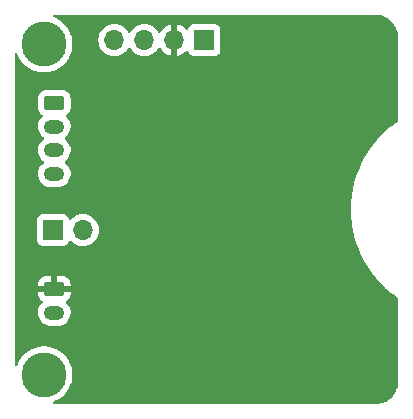
<source format=gbl>
%TF.GenerationSoftware,KiCad,Pcbnew,7.0.6*%
%TF.CreationDate,2024-09-25T21:47:57-07:00*%
%TF.ProjectId,magnetic-encoder,6d61676e-6574-4696-932d-656e636f6465,0.1*%
%TF.SameCoordinates,Original*%
%TF.FileFunction,Copper,L2,Bot*%
%TF.FilePolarity,Positive*%
%FSLAX46Y46*%
G04 Gerber Fmt 4.6, Leading zero omitted, Abs format (unit mm)*
G04 Created by KiCad (PCBNEW 7.0.6) date 2024-09-25 21:47:57*
%MOMM*%
%LPD*%
G01*
G04 APERTURE LIST*
G04 Aperture macros list*
%AMRoundRect*
0 Rectangle with rounded corners*
0 $1 Rounding radius*
0 $2 $3 $4 $5 $6 $7 $8 $9 X,Y pos of 4 corners*
0 Add a 4 corners polygon primitive as box body*
4,1,4,$2,$3,$4,$5,$6,$7,$8,$9,$2,$3,0*
0 Add four circle primitives for the rounded corners*
1,1,$1+$1,$2,$3*
1,1,$1+$1,$4,$5*
1,1,$1+$1,$6,$7*
1,1,$1+$1,$8,$9*
0 Add four rect primitives between the rounded corners*
20,1,$1+$1,$2,$3,$4,$5,0*
20,1,$1+$1,$4,$5,$6,$7,0*
20,1,$1+$1,$6,$7,$8,$9,0*
20,1,$1+$1,$8,$9,$2,$3,0*%
G04 Aperture macros list end*
%TA.AperFunction,ComponentPad*%
%ADD10R,1.700000X1.700000*%
%TD*%
%TA.AperFunction,ComponentPad*%
%ADD11O,1.700000X1.700000*%
%TD*%
%TA.AperFunction,ComponentPad*%
%ADD12C,3.800000*%
%TD*%
%TA.AperFunction,ComponentPad*%
%ADD13RoundRect,0.250000X-0.625000X0.350000X-0.625000X-0.350000X0.625000X-0.350000X0.625000X0.350000X0*%
%TD*%
%TA.AperFunction,ComponentPad*%
%ADD14O,1.750000X1.200000*%
%TD*%
%TA.AperFunction,ViaPad*%
%ADD15C,0.800000*%
%TD*%
G04 APERTURE END LIST*
D10*
%TO.P,J4,1,Pin_1*%
%TO.N,I2C1_SCL*%
X62110000Y-97495000D03*
D11*
%TO.P,J4,2,Pin_2*%
%TO.N,I2C1_SDA*%
X64650000Y-97495000D03*
%TD*%
D12*
%TO.P,REF2,2*%
%TO.N,N/C*%
X61360000Y-109745000D03*
%TD*%
%TO.P,REF1,1*%
%TO.N,N/C*%
X61360000Y-81745000D03*
%TD*%
D13*
%TO.P,J2,1,Pin_1*%
%TO.N,SPI1_NSS*%
X62230000Y-86745000D03*
D14*
%TO.P,J2,2,Pin_2*%
%TO.N,SPI1_SCK*%
X62230000Y-88745000D03*
%TO.P,J2,3,Pin_3*%
%TO.N,SPI1_MISO*%
X62230000Y-90745000D03*
%TO.P,J2,4,Pin_4*%
%TO.N,SPI1_MOSI*%
X62230000Y-92745000D03*
%TD*%
D13*
%TO.P,J1,1,Pin_1*%
%TO.N,GND*%
X62230000Y-102495000D03*
D14*
%TO.P,J1,2,Pin_2*%
%TO.N,+5V*%
X62230000Y-104495000D03*
%TD*%
D11*
%TO.P,J3,4,Pin_4*%
%TO.N,SWCLK*%
X67310000Y-81407000D03*
%TO.P,J3,3,Pin_3*%
%TO.N,+3.3V*%
X69850000Y-81407000D03*
%TO.P,J3,2,Pin_2*%
%TO.N,GND*%
X72390000Y-81407000D03*
D10*
%TO.P,J3,1,Pin_1*%
%TO.N,SWDIO*%
X74930000Y-81407000D03*
%TD*%
D15*
%TO.N,GND*%
X74422000Y-91186000D03*
X74930000Y-86360000D03*
X80137000Y-86868000D03*
X77978000Y-91948000D03*
X80264000Y-98171000D03*
X71056500Y-103949500D03*
X70485000Y-101981000D03*
X87592500Y-82296000D03*
X83058000Y-101600000D03*
X71755000Y-95885000D03*
X89916000Y-104775000D03*
X89826500Y-86741000D03*
X83693000Y-87757000D03*
X76835000Y-99568000D03*
X68961000Y-99568000D03*
%TD*%
%TA.AperFunction,Conductor*%
%TO.N,GND*%
G36*
X89362019Y-79245633D02*
G01*
X89397198Y-79247938D01*
X89443708Y-79250986D01*
X89625459Y-79263985D01*
X89633100Y-79265015D01*
X89726738Y-79283641D01*
X89749420Y-79288153D01*
X89775023Y-79293722D01*
X89893666Y-79319531D01*
X89900383Y-79321395D01*
X90019437Y-79361809D01*
X90103842Y-79393291D01*
X90151741Y-79411157D01*
X90157499Y-79413643D01*
X90272952Y-79470578D01*
X90394906Y-79537170D01*
X90399634Y-79540032D01*
X90442491Y-79568668D01*
X90506649Y-79611537D01*
X90509358Y-79613454D01*
X90618652Y-79695271D01*
X90622345Y-79698265D01*
X90719502Y-79783469D01*
X90722448Y-79786228D01*
X90818769Y-79882549D01*
X90821526Y-79885492D01*
X90906729Y-79982648D01*
X90909732Y-79986353D01*
X90958382Y-80051341D01*
X90991543Y-80095639D01*
X90993461Y-80098349D01*
X91064962Y-80205357D01*
X91067828Y-80210091D01*
X91134421Y-80332047D01*
X91191355Y-80447499D01*
X91193841Y-80453257D01*
X91221328Y-80526949D01*
X91243196Y-80585578D01*
X91256911Y-80625982D01*
X91283597Y-80704596D01*
X91285472Y-80711352D01*
X91316846Y-80855579D01*
X91339980Y-80971880D01*
X91341015Y-80979560D01*
X91354017Y-81161350D01*
X91359367Y-81242966D01*
X91359500Y-81247023D01*
X91359500Y-88178367D01*
X91339815Y-88245406D01*
X91304279Y-88281543D01*
X91121852Y-88403154D01*
X91121848Y-88403156D01*
X91121848Y-88403157D01*
X91121847Y-88403158D01*
X90865670Y-88598474D01*
X90801870Y-88644095D01*
X90794550Y-88652697D01*
X90685880Y-88735550D01*
X90667172Y-88749815D01*
X90667171Y-88749816D01*
X90667170Y-88749816D01*
X90406918Y-88975698D01*
X90354528Y-89018610D01*
X90349115Y-89025867D01*
X90235373Y-89124589D01*
X89972496Y-89383719D01*
X89932344Y-89421260D01*
X89928642Y-89426947D01*
X89828184Y-89525975D01*
X89564189Y-89821460D01*
X89537081Y-89850356D01*
X89534881Y-89854264D01*
X89474946Y-89921350D01*
X89447252Y-89952348D01*
X89185400Y-90285756D01*
X89183715Y-90287901D01*
X89170396Y-90304104D01*
X89169456Y-90306055D01*
X89108698Y-90383417D01*
X89094100Y-90402004D01*
X88770150Y-90873134D01*
X88476708Y-91363837D01*
X88476707Y-91363838D01*
X88476707Y-91363837D01*
X88476705Y-91363839D01*
X88476703Y-91363844D01*
X88214939Y-91872162D01*
X88214933Y-91872176D01*
X88214933Y-91872175D01*
X88149853Y-92021040D01*
X87985909Y-92396045D01*
X87916235Y-92587672D01*
X87790538Y-92933380D01*
X87790537Y-92933381D01*
X87790537Y-92933380D01*
X87633435Y-93468959D01*
X87629601Y-93482028D01*
X87503756Y-94039762D01*
X87503756Y-94039761D01*
X87413502Y-94604351D01*
X87359204Y-95173527D01*
X87341081Y-95745000D01*
X87359204Y-96316473D01*
X87413502Y-96885649D01*
X87458603Y-97167781D01*
X87503755Y-97450235D01*
X87629601Y-98007972D01*
X87629603Y-98007980D01*
X87790537Y-98556620D01*
X87790537Y-98556619D01*
X87801703Y-98587328D01*
X87985909Y-99093955D01*
X88214939Y-99617838D01*
X88476703Y-100126156D01*
X88476706Y-100126162D01*
X88623117Y-100370993D01*
X88770150Y-100616866D01*
X89094097Y-101087991D01*
X89094097Y-101087992D01*
X89169454Y-101183942D01*
X89170079Y-101185506D01*
X89183679Y-101202054D01*
X89447250Y-101537650D01*
X89534879Y-101635732D01*
X89536382Y-101638896D01*
X89564171Y-101668518D01*
X89828184Y-101964025D01*
X89928640Y-102063050D01*
X89931211Y-102067680D01*
X89972493Y-102106278D01*
X90027638Y-102160637D01*
X90235372Y-102365410D01*
X90348508Y-102463605D01*
X90349110Y-102464127D01*
X90352925Y-102470075D01*
X90406902Y-102514288D01*
X90667170Y-102740184D01*
X90667171Y-102740184D01*
X90667172Y-102740185D01*
X90739092Y-102795019D01*
X90794526Y-102837283D01*
X90799744Y-102844383D01*
X90865629Y-102891494D01*
X91121852Y-103086846D01*
X91304280Y-103208456D01*
X91349142Y-103262019D01*
X91359500Y-103311632D01*
X91359500Y-110242975D01*
X91359367Y-110247032D01*
X91354017Y-110328648D01*
X91341015Y-110510438D01*
X91339980Y-110518118D01*
X91316846Y-110634420D01*
X91285472Y-110778646D01*
X91283597Y-110785401D01*
X91249847Y-110884829D01*
X91243208Y-110904388D01*
X91243195Y-110904425D01*
X91193841Y-111036741D01*
X91191355Y-111042499D01*
X91134421Y-111157952D01*
X91067828Y-111279907D01*
X91064961Y-111284641D01*
X90993461Y-111391649D01*
X90991543Y-111394359D01*
X90909744Y-111503631D01*
X90906723Y-111507357D01*
X90821529Y-111604502D01*
X90818755Y-111607464D01*
X90722464Y-111703755D01*
X90719502Y-111706529D01*
X90622357Y-111791723D01*
X90618631Y-111794744D01*
X90509359Y-111876543D01*
X90506649Y-111878461D01*
X90399641Y-111949961D01*
X90394907Y-111952828D01*
X90272952Y-112019421D01*
X90157499Y-112076355D01*
X90151741Y-112078841D01*
X90030956Y-112123893D01*
X90019418Y-112128197D01*
X89900401Y-112168597D01*
X89893646Y-112170472D01*
X89749420Y-112201846D01*
X89633118Y-112224980D01*
X89625438Y-112226015D01*
X89443648Y-112239017D01*
X89392582Y-112242364D01*
X89362025Y-112244367D01*
X89357976Y-112244500D01*
X62217906Y-112244500D01*
X62150867Y-112224815D01*
X62105112Y-112172011D01*
X62095168Y-112102853D01*
X62124193Y-112039297D01*
X62172259Y-112005208D01*
X62384095Y-111921336D01*
X62384096Y-111921335D01*
X62384094Y-111921335D01*
X62384104Y-111921332D01*
X62648795Y-111775816D01*
X62893162Y-111598274D01*
X63113349Y-111391504D01*
X63305885Y-111158768D01*
X63467733Y-110903736D01*
X63596341Y-110630430D01*
X63689681Y-110343160D01*
X63746280Y-110046457D01*
X63765246Y-109745000D01*
X63746280Y-109443543D01*
X63689681Y-109146840D01*
X63596341Y-108859570D01*
X63467733Y-108586264D01*
X63305885Y-108331232D01*
X63113349Y-108098496D01*
X62893162Y-107891726D01*
X62893159Y-107891724D01*
X62893153Y-107891719D01*
X62648806Y-107714191D01*
X62648799Y-107714186D01*
X62648795Y-107714184D01*
X62384104Y-107568668D01*
X62384101Y-107568666D01*
X62384096Y-107568664D01*
X62384095Y-107568663D01*
X62103265Y-107457475D01*
X62103262Y-107457474D01*
X61810695Y-107382357D01*
X61511036Y-107344500D01*
X61511027Y-107344500D01*
X61208973Y-107344500D01*
X61208963Y-107344500D01*
X60909304Y-107382357D01*
X60616737Y-107457474D01*
X60616734Y-107457475D01*
X60335904Y-107568663D01*
X60335903Y-107568664D01*
X60071205Y-107714184D01*
X60071193Y-107714191D01*
X59826846Y-107891719D01*
X59826836Y-107891727D01*
X59606652Y-108098494D01*
X59414111Y-108331236D01*
X59252268Y-108586261D01*
X59252265Y-108586267D01*
X59123661Y-108859563D01*
X59123657Y-108859574D01*
X59102429Y-108924904D01*
X59062991Y-108982579D01*
X58998632Y-109009776D01*
X58929786Y-108997861D01*
X58878311Y-108950616D01*
X58860499Y-108886587D01*
X58860499Y-104442401D01*
X60850746Y-104442401D01*
X60860745Y-104652327D01*
X60910296Y-104856578D01*
X60910298Y-104856582D01*
X60997598Y-105047743D01*
X60997601Y-105047748D01*
X60997602Y-105047750D01*
X60997604Y-105047753D01*
X61060627Y-105136256D01*
X61119515Y-105218953D01*
X61119520Y-105218959D01*
X61271620Y-105363985D01*
X61366578Y-105425011D01*
X61448428Y-105477613D01*
X61643543Y-105555725D01*
X61746728Y-105575612D01*
X61849914Y-105595500D01*
X61849915Y-105595500D01*
X62557419Y-105595500D01*
X62557425Y-105595500D01*
X62714218Y-105580528D01*
X62915875Y-105521316D01*
X63102682Y-105425011D01*
X63267886Y-105295092D01*
X63405519Y-105136256D01*
X63510604Y-104954244D01*
X63579344Y-104755633D01*
X63609254Y-104547602D01*
X63599254Y-104337670D01*
X63549704Y-104133424D01*
X63549701Y-104133417D01*
X63462401Y-103942256D01*
X63462398Y-103942251D01*
X63462397Y-103942250D01*
X63462396Y-103942247D01*
X63340486Y-103771048D01*
X63340484Y-103771046D01*
X63237543Y-103672892D01*
X63202608Y-103612383D01*
X63205933Y-103542593D01*
X63246461Y-103485678D01*
X63258017Y-103477610D01*
X63323343Y-103437317D01*
X63447315Y-103313345D01*
X63539356Y-103164124D01*
X63539358Y-103164119D01*
X63594505Y-102997697D01*
X63594506Y-102997690D01*
X63604999Y-102894986D01*
X63605000Y-102894973D01*
X63605000Y-102745000D01*
X62509560Y-102745000D01*
X62548278Y-102702941D01*
X62598551Y-102588330D01*
X62608886Y-102463605D01*
X62578163Y-102342281D01*
X62514606Y-102245000D01*
X63604999Y-102245000D01*
X63604999Y-102095028D01*
X63604998Y-102095013D01*
X63594505Y-101992302D01*
X63539358Y-101825880D01*
X63539356Y-101825875D01*
X63447315Y-101676654D01*
X63323345Y-101552684D01*
X63174124Y-101460643D01*
X63174119Y-101460641D01*
X63007697Y-101405494D01*
X63007690Y-101405493D01*
X62904986Y-101395000D01*
X62480000Y-101395000D01*
X62480000Y-102214382D01*
X62410948Y-102160637D01*
X62292576Y-102120000D01*
X62198927Y-102120000D01*
X62106554Y-102135414D01*
X61996486Y-102194981D01*
X61980000Y-102212889D01*
X61980000Y-101395000D01*
X61555028Y-101395000D01*
X61555012Y-101395001D01*
X61452302Y-101405494D01*
X61285880Y-101460641D01*
X61285875Y-101460643D01*
X61136654Y-101552684D01*
X61012684Y-101676654D01*
X60920643Y-101825875D01*
X60920641Y-101825880D01*
X60865494Y-101992302D01*
X60865493Y-101992309D01*
X60855000Y-102095013D01*
X60855000Y-102245000D01*
X61950440Y-102245000D01*
X61911722Y-102287059D01*
X61861449Y-102401670D01*
X61851114Y-102526395D01*
X61881837Y-102647719D01*
X61945394Y-102745000D01*
X60855001Y-102745000D01*
X60855001Y-102894986D01*
X60865494Y-102997697D01*
X60920641Y-103164119D01*
X60920643Y-103164124D01*
X61012684Y-103313345D01*
X61136654Y-103437315D01*
X61200158Y-103476485D01*
X61246882Y-103528433D01*
X61258105Y-103597396D01*
X61230261Y-103661478D01*
X61211715Y-103679493D01*
X61192113Y-103694908D01*
X61192112Y-103694909D01*
X61054478Y-103853746D01*
X60949398Y-104035750D01*
X60880656Y-104234365D01*
X60880656Y-104234367D01*
X60865804Y-104337670D01*
X60850746Y-104442401D01*
X58860499Y-104442401D01*
X58860499Y-98392870D01*
X60759500Y-98392870D01*
X60759501Y-98392876D01*
X60765908Y-98452483D01*
X60816202Y-98587328D01*
X60816206Y-98587335D01*
X60902452Y-98702544D01*
X60902455Y-98702547D01*
X61017664Y-98788793D01*
X61017671Y-98788797D01*
X61152517Y-98839091D01*
X61152516Y-98839091D01*
X61159444Y-98839835D01*
X61212127Y-98845500D01*
X63007872Y-98845499D01*
X63067483Y-98839091D01*
X63202331Y-98788796D01*
X63317546Y-98702546D01*
X63403796Y-98587331D01*
X63452810Y-98455916D01*
X63494681Y-98399984D01*
X63560145Y-98375566D01*
X63628418Y-98390417D01*
X63656672Y-98411568D01*
X63778599Y-98533495D01*
X63875384Y-98601265D01*
X63972165Y-98669032D01*
X63972167Y-98669033D01*
X63972170Y-98669035D01*
X64186337Y-98768903D01*
X64414592Y-98830063D01*
X64591034Y-98845500D01*
X64649999Y-98850659D01*
X64650000Y-98850659D01*
X64650001Y-98850659D01*
X64708966Y-98845500D01*
X64885408Y-98830063D01*
X65113663Y-98768903D01*
X65327830Y-98669035D01*
X65521401Y-98533495D01*
X65688495Y-98366401D01*
X65824035Y-98172830D01*
X65923903Y-97958663D01*
X65985063Y-97730408D01*
X66005659Y-97495000D01*
X65985063Y-97259592D01*
X65923903Y-97031337D01*
X65824035Y-96817171D01*
X65688495Y-96623599D01*
X65688494Y-96623597D01*
X65521402Y-96456506D01*
X65521395Y-96456501D01*
X65327834Y-96320967D01*
X65327830Y-96320965D01*
X65318193Y-96316471D01*
X65113663Y-96221097D01*
X65113659Y-96221096D01*
X65113655Y-96221094D01*
X64885413Y-96159938D01*
X64885403Y-96159936D01*
X64650001Y-96139341D01*
X64649999Y-96139341D01*
X64414596Y-96159936D01*
X64414586Y-96159938D01*
X64186344Y-96221094D01*
X64186335Y-96221098D01*
X63972171Y-96320964D01*
X63972169Y-96320965D01*
X63778600Y-96456503D01*
X63656673Y-96578430D01*
X63595350Y-96611914D01*
X63525658Y-96606930D01*
X63469725Y-96565058D01*
X63452810Y-96534081D01*
X63403797Y-96402671D01*
X63403793Y-96402664D01*
X63317547Y-96287455D01*
X63317544Y-96287452D01*
X63202335Y-96201206D01*
X63202328Y-96201202D01*
X63067482Y-96150908D01*
X63067483Y-96150908D01*
X63007883Y-96144501D01*
X63007881Y-96144500D01*
X63007873Y-96144500D01*
X63007864Y-96144500D01*
X61212129Y-96144500D01*
X61212123Y-96144501D01*
X61152516Y-96150908D01*
X61017671Y-96201202D01*
X61017664Y-96201206D01*
X60902455Y-96287452D01*
X60902452Y-96287455D01*
X60816206Y-96402664D01*
X60816202Y-96402671D01*
X60765908Y-96537517D01*
X60759501Y-96597116D01*
X60759500Y-96597135D01*
X60759500Y-98392870D01*
X58860499Y-98392870D01*
X58860499Y-92692401D01*
X60850746Y-92692401D01*
X60860745Y-92902327D01*
X60910296Y-93106578D01*
X60910298Y-93106582D01*
X60997598Y-93297743D01*
X60997601Y-93297748D01*
X60997602Y-93297750D01*
X60997604Y-93297753D01*
X61060627Y-93386256D01*
X61119515Y-93468953D01*
X61119520Y-93468959D01*
X61271620Y-93613985D01*
X61366578Y-93675011D01*
X61448428Y-93727613D01*
X61643543Y-93805725D01*
X61746728Y-93825612D01*
X61849914Y-93845500D01*
X61849915Y-93845500D01*
X62557419Y-93845500D01*
X62557425Y-93845500D01*
X62714218Y-93830528D01*
X62915875Y-93771316D01*
X63102682Y-93675011D01*
X63267886Y-93545092D01*
X63405519Y-93386256D01*
X63510604Y-93204244D01*
X63579344Y-93005633D01*
X63609254Y-92797602D01*
X63599254Y-92587670D01*
X63549704Y-92383424D01*
X63549701Y-92383417D01*
X63462401Y-92192256D01*
X63462398Y-92192251D01*
X63462397Y-92192250D01*
X63462396Y-92192247D01*
X63340486Y-92021048D01*
X63340484Y-92021046D01*
X63340479Y-92021040D01*
X63188379Y-91876014D01*
X63147057Y-91849458D01*
X63101302Y-91796654D01*
X63091359Y-91727496D01*
X63120384Y-91663940D01*
X63137445Y-91647673D01*
X63267883Y-91545094D01*
X63267886Y-91545092D01*
X63405519Y-91386256D01*
X63510604Y-91204244D01*
X63579344Y-91005633D01*
X63609254Y-90797602D01*
X63599254Y-90587670D01*
X63549704Y-90383424D01*
X63506080Y-90287901D01*
X63462401Y-90192256D01*
X63462398Y-90192251D01*
X63462397Y-90192250D01*
X63462396Y-90192247D01*
X63340486Y-90021048D01*
X63340484Y-90021046D01*
X63340479Y-90021040D01*
X63188379Y-89876014D01*
X63147057Y-89849458D01*
X63101302Y-89796654D01*
X63091359Y-89727496D01*
X63120384Y-89663940D01*
X63137445Y-89647673D01*
X63267883Y-89545094D01*
X63267886Y-89545092D01*
X63405519Y-89386256D01*
X63510604Y-89204244D01*
X63579344Y-89005633D01*
X63609254Y-88797602D01*
X63599254Y-88587670D01*
X63549704Y-88383424D01*
X63549701Y-88383417D01*
X63462401Y-88192256D01*
X63462398Y-88192251D01*
X63462397Y-88192250D01*
X63462396Y-88192247D01*
X63340486Y-88021048D01*
X63260627Y-87944903D01*
X63237917Y-87923249D01*
X63202982Y-87862740D01*
X63206307Y-87792950D01*
X63246835Y-87736036D01*
X63258384Y-87727971D01*
X63323656Y-87687712D01*
X63447712Y-87563656D01*
X63539814Y-87414334D01*
X63594999Y-87247797D01*
X63605500Y-87145009D01*
X63605499Y-86344992D01*
X63594999Y-86242203D01*
X63539814Y-86075666D01*
X63447712Y-85926344D01*
X63323656Y-85802288D01*
X63174334Y-85710186D01*
X63007797Y-85655001D01*
X63007795Y-85655000D01*
X62905010Y-85644500D01*
X61554998Y-85644500D01*
X61554981Y-85644501D01*
X61452203Y-85655000D01*
X61452200Y-85655001D01*
X61285668Y-85710185D01*
X61285663Y-85710187D01*
X61136342Y-85802289D01*
X61012289Y-85926342D01*
X60920187Y-86075663D01*
X60920185Y-86075666D01*
X60920186Y-86075666D01*
X60865001Y-86242203D01*
X60865001Y-86242204D01*
X60865000Y-86242204D01*
X60854500Y-86344983D01*
X60854500Y-87145001D01*
X60854501Y-87145019D01*
X60865000Y-87247796D01*
X60865001Y-87247799D01*
X60920185Y-87414331D01*
X60920187Y-87414336D01*
X61012289Y-87563657D01*
X61136344Y-87687712D01*
X61199739Y-87726814D01*
X61246464Y-87778762D01*
X61257687Y-87847724D01*
X61229844Y-87911806D01*
X61211296Y-87929822D01*
X61192118Y-87944903D01*
X61192112Y-87944909D01*
X61054478Y-88103746D01*
X60949398Y-88285750D01*
X60880656Y-88484365D01*
X60880656Y-88484367D01*
X60865804Y-88587670D01*
X60850746Y-88692401D01*
X60860745Y-88902327D01*
X60910296Y-89106578D01*
X60910298Y-89106582D01*
X60997598Y-89297743D01*
X60997601Y-89297748D01*
X60997602Y-89297750D01*
X60997604Y-89297753D01*
X61119514Y-89468952D01*
X61119515Y-89468953D01*
X61119520Y-89468959D01*
X61271619Y-89613984D01*
X61312941Y-89640540D01*
X61358696Y-89693344D01*
X61368640Y-89762503D01*
X61339615Y-89826059D01*
X61322555Y-89842326D01*
X61192112Y-89944909D01*
X61054478Y-90103746D01*
X60949398Y-90285750D01*
X60880656Y-90484365D01*
X60880656Y-90484367D01*
X60865804Y-90587670D01*
X60850746Y-90692401D01*
X60860745Y-90902327D01*
X60910296Y-91106578D01*
X60910298Y-91106582D01*
X60997598Y-91297743D01*
X60997601Y-91297748D01*
X60997602Y-91297750D01*
X60997604Y-91297753D01*
X61060627Y-91386256D01*
X61119515Y-91468953D01*
X61119520Y-91468959D01*
X61271619Y-91613984D01*
X61271621Y-91613985D01*
X61271622Y-91613986D01*
X61278591Y-91618465D01*
X61312941Y-91640540D01*
X61358696Y-91693344D01*
X61368640Y-91762503D01*
X61339615Y-91826059D01*
X61322555Y-91842326D01*
X61192112Y-91944909D01*
X61054478Y-92103746D01*
X60949398Y-92285750D01*
X60880656Y-92484365D01*
X60880656Y-92484367D01*
X60865804Y-92587670D01*
X60850746Y-92692401D01*
X58860499Y-92692401D01*
X58860499Y-82603411D01*
X58880184Y-82536373D01*
X58932988Y-82490618D01*
X59002146Y-82480674D01*
X59065702Y-82509699D01*
X59102430Y-82565094D01*
X59123659Y-82630431D01*
X59123661Y-82630436D01*
X59252265Y-82903732D01*
X59252268Y-82903738D01*
X59414111Y-83158763D01*
X59606652Y-83391505D01*
X59826836Y-83598272D01*
X59826846Y-83598280D01*
X60071193Y-83775808D01*
X60071198Y-83775810D01*
X60071205Y-83775816D01*
X60335896Y-83921332D01*
X60335901Y-83921334D01*
X60335903Y-83921335D01*
X60335904Y-83921336D01*
X60616734Y-84032524D01*
X60616737Y-84032525D01*
X60714259Y-84057563D01*
X60909302Y-84107642D01*
X61056039Y-84126179D01*
X61208963Y-84145499D01*
X61208969Y-84145499D01*
X61208973Y-84145500D01*
X61208975Y-84145500D01*
X61511025Y-84145500D01*
X61511027Y-84145500D01*
X61511032Y-84145499D01*
X61511036Y-84145499D01*
X61590591Y-84135448D01*
X61810698Y-84107642D01*
X62103262Y-84032525D01*
X62103265Y-84032524D01*
X62384095Y-83921336D01*
X62384096Y-83921335D01*
X62384094Y-83921335D01*
X62384104Y-83921332D01*
X62648795Y-83775816D01*
X62893162Y-83598274D01*
X63113349Y-83391504D01*
X63305885Y-83158768D01*
X63467733Y-82903736D01*
X63596341Y-82630430D01*
X63689681Y-82343160D01*
X63746280Y-82046457D01*
X63746559Y-82042023D01*
X63765246Y-81745005D01*
X63765246Y-81744994D01*
X63746281Y-81443553D01*
X63746280Y-81443546D01*
X63746280Y-81443543D01*
X63739309Y-81407000D01*
X65954341Y-81407000D01*
X65974936Y-81642403D01*
X65974938Y-81642413D01*
X66036094Y-81870655D01*
X66036096Y-81870659D01*
X66036097Y-81870663D01*
X66118071Y-82046457D01*
X66135965Y-82084830D01*
X66135967Y-82084834D01*
X66244281Y-82239521D01*
X66271505Y-82278401D01*
X66438599Y-82445495D01*
X66530292Y-82509699D01*
X66632165Y-82581032D01*
X66632167Y-82581033D01*
X66632170Y-82581035D01*
X66846337Y-82680903D01*
X67074592Y-82742063D01*
X67251034Y-82757500D01*
X67309999Y-82762659D01*
X67310000Y-82762659D01*
X67310001Y-82762659D01*
X67368966Y-82757500D01*
X67545408Y-82742063D01*
X67773663Y-82680903D01*
X67987830Y-82581035D01*
X68181401Y-82445495D01*
X68348495Y-82278401D01*
X68478424Y-82092842D01*
X68533002Y-82049217D01*
X68602500Y-82042023D01*
X68664855Y-82073546D01*
X68681575Y-82092842D01*
X68811500Y-82278395D01*
X68811505Y-82278401D01*
X68978599Y-82445495D01*
X69070292Y-82509699D01*
X69172165Y-82581032D01*
X69172167Y-82581033D01*
X69172170Y-82581035D01*
X69386337Y-82680903D01*
X69614592Y-82742063D01*
X69791034Y-82757500D01*
X69849999Y-82762659D01*
X69850000Y-82762659D01*
X69850001Y-82762659D01*
X69908966Y-82757500D01*
X70085408Y-82742063D01*
X70313663Y-82680903D01*
X70527830Y-82581035D01*
X70721401Y-82445495D01*
X70888495Y-82278401D01*
X71018730Y-82092405D01*
X71073307Y-82048781D01*
X71142805Y-82041587D01*
X71205160Y-82073110D01*
X71221879Y-82092405D01*
X71351890Y-82278078D01*
X71518917Y-82445105D01*
X71712421Y-82580600D01*
X71926507Y-82680429D01*
X71926516Y-82680433D01*
X72140000Y-82737634D01*
X72140000Y-81842501D01*
X72247685Y-81891680D01*
X72354237Y-81907000D01*
X72425763Y-81907000D01*
X72532315Y-81891680D01*
X72640000Y-81842501D01*
X72640000Y-82737633D01*
X72853483Y-82680433D01*
X72853492Y-82680429D01*
X73067578Y-82580600D01*
X73261078Y-82445108D01*
X73383133Y-82323053D01*
X73444456Y-82289568D01*
X73514148Y-82294552D01*
X73570082Y-82336423D01*
X73586997Y-82367401D01*
X73636202Y-82499328D01*
X73636206Y-82499335D01*
X73722452Y-82614544D01*
X73722455Y-82614547D01*
X73837664Y-82700793D01*
X73837671Y-82700797D01*
X73972517Y-82751091D01*
X73972516Y-82751091D01*
X73979444Y-82751835D01*
X74032127Y-82757500D01*
X75827872Y-82757499D01*
X75887483Y-82751091D01*
X76022331Y-82700796D01*
X76137546Y-82614546D01*
X76223796Y-82499331D01*
X76274091Y-82364483D01*
X76280500Y-82304873D01*
X76280499Y-80509128D01*
X76274091Y-80449517D01*
X76273338Y-80447499D01*
X76223797Y-80314671D01*
X76223793Y-80314664D01*
X76137547Y-80199455D01*
X76137544Y-80199452D01*
X76022335Y-80113206D01*
X76022328Y-80113202D01*
X75887482Y-80062908D01*
X75887483Y-80062908D01*
X75827883Y-80056501D01*
X75827881Y-80056500D01*
X75827873Y-80056500D01*
X75827864Y-80056500D01*
X74032129Y-80056500D01*
X74032123Y-80056501D01*
X73972516Y-80062908D01*
X73837671Y-80113202D01*
X73837664Y-80113206D01*
X73722455Y-80199452D01*
X73722452Y-80199455D01*
X73636206Y-80314664D01*
X73636202Y-80314671D01*
X73586997Y-80446598D01*
X73545126Y-80502532D01*
X73479661Y-80526949D01*
X73411388Y-80512097D01*
X73383134Y-80490946D01*
X73261082Y-80368894D01*
X73067578Y-80233399D01*
X72853492Y-80133570D01*
X72853486Y-80133567D01*
X72640000Y-80076364D01*
X72640000Y-80971498D01*
X72532315Y-80922320D01*
X72425763Y-80907000D01*
X72354237Y-80907000D01*
X72247685Y-80922320D01*
X72140000Y-80971498D01*
X72140000Y-80076364D01*
X72139999Y-80076364D01*
X71926513Y-80133567D01*
X71926507Y-80133570D01*
X71712422Y-80233399D01*
X71712420Y-80233400D01*
X71518926Y-80368886D01*
X71518920Y-80368891D01*
X71351891Y-80535920D01*
X71351890Y-80535922D01*
X71221880Y-80721595D01*
X71167303Y-80765219D01*
X71097804Y-80772412D01*
X71035450Y-80740890D01*
X71018730Y-80721594D01*
X70888494Y-80535597D01*
X70721402Y-80368506D01*
X70721395Y-80368501D01*
X70527834Y-80232967D01*
X70527830Y-80232965D01*
X70527828Y-80232964D01*
X70313663Y-80133097D01*
X70313659Y-80133096D01*
X70313655Y-80133094D01*
X70085413Y-80071938D01*
X70085403Y-80071936D01*
X69850001Y-80051341D01*
X69849999Y-80051341D01*
X69614596Y-80071936D01*
X69614586Y-80071938D01*
X69386344Y-80133094D01*
X69386335Y-80133098D01*
X69172171Y-80232964D01*
X69172169Y-80232965D01*
X68978597Y-80368505D01*
X68811505Y-80535597D01*
X68681575Y-80721158D01*
X68626998Y-80764783D01*
X68557500Y-80771977D01*
X68495145Y-80740454D01*
X68478425Y-80721158D01*
X68348494Y-80535597D01*
X68181402Y-80368506D01*
X68181395Y-80368501D01*
X67987834Y-80232967D01*
X67987830Y-80232965D01*
X67987828Y-80232964D01*
X67773663Y-80133097D01*
X67773659Y-80133096D01*
X67773655Y-80133094D01*
X67545413Y-80071938D01*
X67545403Y-80071936D01*
X67310001Y-80051341D01*
X67309999Y-80051341D01*
X67074596Y-80071936D01*
X67074586Y-80071938D01*
X66846344Y-80133094D01*
X66846335Y-80133098D01*
X66632171Y-80232964D01*
X66632169Y-80232965D01*
X66438597Y-80368505D01*
X66271505Y-80535597D01*
X66135965Y-80729169D01*
X66135964Y-80729171D01*
X66036098Y-80943335D01*
X66036094Y-80943344D01*
X65974938Y-81171586D01*
X65974936Y-81171596D01*
X65954341Y-81406999D01*
X65954341Y-81407000D01*
X63739309Y-81407000D01*
X63689681Y-81146840D01*
X63596341Y-80859570D01*
X63593665Y-80853884D01*
X63467734Y-80586267D01*
X63467733Y-80586264D01*
X63418781Y-80509128D01*
X63305888Y-80331236D01*
X63305885Y-80331232D01*
X63113349Y-80098496D01*
X63113192Y-80098349D01*
X62893163Y-79891727D01*
X62893153Y-79891719D01*
X62648806Y-79714191D01*
X62648799Y-79714186D01*
X62648795Y-79714184D01*
X62384104Y-79568668D01*
X62384101Y-79568666D01*
X62384096Y-79568664D01*
X62384095Y-79568663D01*
X62172259Y-79484792D01*
X62117173Y-79441811D01*
X62094070Y-79375872D01*
X62110283Y-79307909D01*
X62160667Y-79259502D01*
X62217906Y-79245500D01*
X89357964Y-79245500D01*
X89362019Y-79245633D01*
G37*
%TD.AperFunction*%
%TD*%
M02*

</source>
